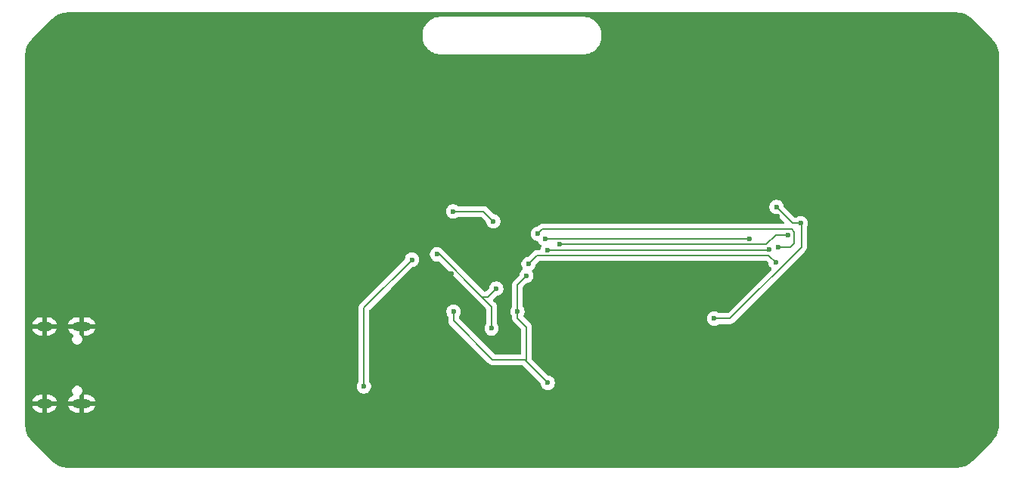
<source format=gbr>
%TF.GenerationSoftware,KiCad,Pcbnew,9.0.1*%
%TF.CreationDate,2025-10-31T20:13:03-04:00*%
%TF.ProjectId,arcus,61726375-732e-46b6-9963-61645f706362,2025-10-31*%
%TF.SameCoordinates,Original*%
%TF.FileFunction,Copper,L2,Bot*%
%TF.FilePolarity,Positive*%
%FSLAX46Y46*%
G04 Gerber Fmt 4.6, Leading zero omitted, Abs format (unit mm)*
G04 Created by KiCad (PCBNEW 9.0.1) date 2025-10-31 20:13:03*
%MOMM*%
%LPD*%
G01*
G04 APERTURE LIST*
%TA.AperFunction,HeatsinkPad*%
%ADD10O,2.100000X1.000000*%
%TD*%
%TA.AperFunction,HeatsinkPad*%
%ADD11O,1.800000X1.000000*%
%TD*%
%TA.AperFunction,ViaPad*%
%ADD12C,0.600000*%
%TD*%
%TA.AperFunction,Conductor*%
%ADD13C,0.200000*%
%TD*%
G04 APERTURE END LIST*
D10*
%TO.P,J2,S1,SHIELD*%
%TO.N,GND*%
X96815000Y-88680000D03*
D11*
X92635000Y-88680000D03*
D10*
X96815000Y-97320000D03*
D11*
X92635000Y-97320000D03*
%TD*%
D12*
%TO.N,GND*%
X101300000Y-91800000D03*
%TO.N,/D{slash}C*%
X147900000Y-78300000D03*
X174824265Y-79824265D03*
%TO.N,/CS*%
X173739990Y-80032203D03*
%TO.N,/MOSI*%
X148700000Y-78900000D03*
%TO.N,/CLK*%
X150300000Y-79500000D03*
X175892227Y-78455212D03*
%TO.N,/CS*%
X149000000Y-80100000D03*
%TO.N,/BUSY*%
X146847594Y-81672170D03*
X174500000Y-81500000D03*
%TO.N,+3V3*%
X174600000Y-75300000D03*
%TO.N,GND*%
X174700000Y-76300000D03*
X173200000Y-87400000D03*
X171200000Y-76200000D03*
X140500000Y-85600000D03*
X161800000Y-68992462D03*
X172400000Y-74000000D03*
X174400000Y-72300000D03*
X117000000Y-72200000D03*
X156400000Y-64000000D03*
X135363641Y-80163641D03*
X129400000Y-65800000D03*
X123200000Y-89800000D03*
X125200000Y-80600000D03*
X111200000Y-81400000D03*
X161000000Y-91000000D03*
X138200000Y-82800000D03*
X175072742Y-84395635D03*
X141200000Y-80000000D03*
X112400000Y-63800000D03*
X132000000Y-73000000D03*
X160600000Y-82200000D03*
X148200000Y-89000000D03*
X142800000Y-91000000D03*
X175800000Y-87000000D03*
X138400000Y-66000000D03*
X171600000Y-63800000D03*
X179600000Y-92600000D03*
X144000000Y-83200000D03*
%TO.N,+3V3*%
X138450000Y-87010000D03*
X142900000Y-76900000D03*
X145600000Y-87000000D03*
X177313724Y-77113724D03*
X167600000Y-87800000D03*
X149000000Y-95000000D03*
X146600000Y-83000000D03*
X138400000Y-75800000D03*
%TO.N,+1V1*%
X142700000Y-88900000D03*
X136600000Y-80600000D03*
%TO.N,Net-(U2-RUN)*%
X128400000Y-95400000D03*
X133800000Y-81200000D03*
%TO.N,+1V1*%
X143233195Y-84442571D03*
%TO.N,/MOSI*%
X171600000Y-78900000D03*
%TD*%
D13*
%TO.N,/D{slash}C*%
X176300000Y-77800000D02*
X148400000Y-77800000D01*
X176600000Y-79400000D02*
X176600000Y-78100000D01*
X148400000Y-77800000D02*
X147900000Y-78300000D01*
X176175735Y-79824265D02*
X176600000Y-79400000D01*
X176600000Y-78100000D02*
X176300000Y-77800000D01*
X174824265Y-79824265D02*
X176175735Y-79824265D01*
%TO.N,/CLK*%
X173451470Y-79500000D02*
X150300000Y-79500000D01*
X174496258Y-78455212D02*
X173451470Y-79500000D01*
X175892227Y-78455212D02*
X174496258Y-78455212D01*
%TO.N,/MOSI*%
X171600000Y-78900000D02*
X148700000Y-78900000D01*
%TO.N,/CS*%
X173672193Y-80100000D02*
X149000000Y-80100000D01*
X173739990Y-80032203D02*
X173672193Y-80100000D01*
%TO.N,/BUSY*%
X147819764Y-80700000D02*
X146847594Y-81672170D01*
X173700000Y-80700000D02*
X147819764Y-80700000D01*
X174500000Y-81500000D02*
X173700000Y-80700000D01*
%TO.N,+3V3*%
X146400000Y-92400000D02*
X146600000Y-92600000D01*
X142800000Y-92400000D02*
X146400000Y-92400000D01*
X138450000Y-88050000D02*
X142800000Y-92400000D01*
X138450000Y-87010000D02*
X138450000Y-88050000D01*
%TO.N,+1V1*%
X142300738Y-85375028D02*
X141624972Y-85375028D01*
X143233195Y-84442571D02*
X142300738Y-85375028D01*
X141624972Y-85375028D02*
X142700000Y-86450056D01*
X142700000Y-86450056D02*
X142700000Y-88900000D01*
X136849943Y-80600000D02*
X141624972Y-85375028D01*
X136600000Y-80600000D02*
X136849943Y-80600000D01*
%TO.N,+3V3*%
X174600000Y-75300000D02*
X176413724Y-77113724D01*
X176413724Y-77113724D02*
X177313724Y-77113724D01*
%TO.N,GND*%
X174600000Y-84791271D02*
X174600000Y-87400000D01*
X175400000Y-87400000D02*
X174600000Y-87400000D01*
X174995636Y-84395635D02*
X174600000Y-84791271D01*
X175800000Y-87000000D02*
X175400000Y-87400000D01*
X173200000Y-87400000D02*
X174600000Y-87400000D01*
X175072742Y-84395635D02*
X174995636Y-84395635D01*
%TO.N,+3V3*%
X177401000Y-77201000D02*
X177401000Y-79798943D01*
X169399943Y-87800000D02*
X167600000Y-87800000D01*
X145600000Y-87000000D02*
X145600000Y-87751470D01*
X177401000Y-79798943D02*
X169399943Y-87800000D01*
X142900000Y-76900000D02*
X141800000Y-75800000D01*
X141800000Y-75800000D02*
X138400000Y-75800000D01*
X146600000Y-88751470D02*
X146600000Y-92600000D01*
X149000000Y-95000000D02*
X146600000Y-92600000D01*
X145600000Y-87000000D02*
X145600000Y-84000000D01*
X145600000Y-87751470D02*
X146600000Y-88751470D01*
X177313724Y-77113724D02*
X177401000Y-77201000D01*
X145600000Y-84000000D02*
X146600000Y-83000000D01*
%TO.N,Net-(U2-RUN)*%
X128400000Y-86600000D02*
X133800000Y-81200000D01*
X128400000Y-95400000D02*
X128400000Y-86600000D01*
%TD*%
%TA.AperFunction,Conductor*%
%TO.N,GND*%
G36*
X194691474Y-53500501D02*
G01*
X194753887Y-53500500D01*
X194760839Y-53500695D01*
X195030284Y-53515823D01*
X195044078Y-53517377D01*
X195306699Y-53561995D01*
X195320246Y-53565086D01*
X195342036Y-53571364D01*
X195576209Y-53638825D01*
X195589334Y-53643417D01*
X195658380Y-53672016D01*
X195835440Y-53745354D01*
X195847962Y-53751384D01*
X196081103Y-53880234D01*
X196092866Y-53887624D01*
X196298786Y-54033730D01*
X196310108Y-54041763D01*
X196320977Y-54050429D01*
X196521825Y-54229914D01*
X196526880Y-54234694D01*
X198752282Y-56460095D01*
X198764955Y-56472769D01*
X198769718Y-56477808D01*
X198949530Y-56679031D01*
X198958199Y-56689902D01*
X199037596Y-56801806D01*
X199112337Y-56907148D01*
X199119731Y-56918916D01*
X199248583Y-57152065D01*
X199254615Y-57164592D01*
X199356545Y-57410677D01*
X199361138Y-57423801D01*
X199434880Y-57679764D01*
X199437974Y-57693320D01*
X199482595Y-57955928D01*
X199484152Y-57969745D01*
X199499305Y-58239483D01*
X199499500Y-58246438D01*
X199499500Y-99691470D01*
X199499499Y-99691474D01*
X199499499Y-99721597D01*
X199499499Y-99753376D01*
X199499499Y-99753888D01*
X199499304Y-99760839D01*
X199484177Y-100030272D01*
X199482620Y-100044090D01*
X199438005Y-100306694D01*
X199434911Y-100320251D01*
X199361174Y-100576209D01*
X199356582Y-100589334D01*
X199254647Y-100835436D01*
X199248613Y-100847965D01*
X199119769Y-101081097D01*
X199112371Y-101092871D01*
X198958232Y-101310113D01*
X198949562Y-101320985D01*
X198770084Y-101521825D01*
X198765306Y-101526879D01*
X198720818Y-101571368D01*
X198720815Y-101571371D01*
X196527228Y-103764955D01*
X196522171Y-103769736D01*
X196320968Y-103949530D01*
X196310097Y-103958199D01*
X196092857Y-104112333D01*
X196081083Y-104119731D01*
X195847934Y-104248583D01*
X195835407Y-104254615D01*
X195589322Y-104356545D01*
X195576198Y-104361138D01*
X195320235Y-104434880D01*
X195306679Y-104437974D01*
X195044071Y-104482595D01*
X195030254Y-104484152D01*
X194760517Y-104499305D01*
X194753562Y-104499500D01*
X95316134Y-104499500D01*
X95308529Y-104499499D01*
X95308526Y-104499499D01*
X95278266Y-104499499D01*
X95246109Y-104499499D01*
X95246108Y-104499498D01*
X95239160Y-104499304D01*
X94969727Y-104484177D01*
X94955909Y-104482620D01*
X94693305Y-104438005D01*
X94679748Y-104434911D01*
X94423790Y-104361174D01*
X94410665Y-104356582D01*
X94164563Y-104254647D01*
X94152034Y-104248613D01*
X93918902Y-104119769D01*
X93907128Y-104112371D01*
X93907074Y-104112333D01*
X93689890Y-103958235D01*
X93679019Y-103949567D01*
X93478183Y-103770093D01*
X93473130Y-103765315D01*
X93448710Y-103740896D01*
X93428631Y-103720817D01*
X93428628Y-103720815D01*
X91235061Y-101527247D01*
X91230282Y-101522192D01*
X91050459Y-101320966D01*
X91041794Y-101310101D01*
X90887643Y-101092842D01*
X90880258Y-101081087D01*
X90751410Y-100847949D01*
X90745378Y-100835423D01*
X90643444Y-100589324D01*
X90638852Y-100576199D01*
X90565116Y-100320244D01*
X90562023Y-100306696D01*
X90517405Y-100044072D01*
X90515851Y-100030281D01*
X90500694Y-99760316D01*
X90500500Y-99753378D01*
X90500500Y-99753376D01*
X90500501Y-99691474D01*
X90500500Y-99691470D01*
X90500500Y-97070000D01*
X91265138Y-97070000D01*
X92068012Y-97070000D01*
X92050795Y-97079940D01*
X91994940Y-97135795D01*
X91955444Y-97204204D01*
X91935000Y-97280504D01*
X91935000Y-97359496D01*
X91955444Y-97435796D01*
X91994940Y-97504205D01*
X92050795Y-97560060D01*
X92068012Y-97570000D01*
X91265138Y-97570000D01*
X91273430Y-97611690D01*
X91273430Y-97611692D01*
X91348807Y-97793671D01*
X91348814Y-97793684D01*
X91458248Y-97957462D01*
X91458251Y-97957466D01*
X91597533Y-98096748D01*
X91597537Y-98096751D01*
X91761315Y-98206185D01*
X91761328Y-98206192D01*
X91943306Y-98281569D01*
X91943318Y-98281572D01*
X92136504Y-98319999D01*
X92136508Y-98320000D01*
X92385000Y-98320000D01*
X92385000Y-97620000D01*
X92885000Y-97620000D01*
X92885000Y-98320000D01*
X93133492Y-98320000D01*
X93133495Y-98319999D01*
X93326681Y-98281572D01*
X93326693Y-98281569D01*
X93508671Y-98206192D01*
X93508684Y-98206185D01*
X93672462Y-98096751D01*
X93672466Y-98096748D01*
X93811748Y-97957466D01*
X93811751Y-97957462D01*
X93921185Y-97793684D01*
X93921192Y-97793671D01*
X93996569Y-97611692D01*
X93996569Y-97611690D01*
X94004862Y-97570000D01*
X93201988Y-97570000D01*
X93219205Y-97560060D01*
X93275060Y-97504205D01*
X93314556Y-97435796D01*
X93335000Y-97359496D01*
X93335000Y-97280504D01*
X93314556Y-97204204D01*
X93275060Y-97135795D01*
X93219205Y-97079940D01*
X93201988Y-97070000D01*
X94004862Y-97070000D01*
X95295138Y-97070000D01*
X96098012Y-97070000D01*
X96080795Y-97079940D01*
X96024940Y-97135795D01*
X95985444Y-97204204D01*
X95965000Y-97280504D01*
X95965000Y-97359496D01*
X95985444Y-97435796D01*
X96024940Y-97504205D01*
X96080795Y-97560060D01*
X96098012Y-97570000D01*
X95295138Y-97570000D01*
X95303430Y-97611690D01*
X95303430Y-97611692D01*
X95378807Y-97793671D01*
X95378814Y-97793684D01*
X95488248Y-97957462D01*
X95488251Y-97957466D01*
X95627533Y-98096748D01*
X95627537Y-98096751D01*
X95791315Y-98206185D01*
X95791328Y-98206192D01*
X95973306Y-98281569D01*
X95973318Y-98281572D01*
X96166504Y-98319999D01*
X96166508Y-98320000D01*
X96565000Y-98320000D01*
X96565000Y-97620000D01*
X97065000Y-97620000D01*
X97065000Y-98320000D01*
X97463492Y-98320000D01*
X97463495Y-98319999D01*
X97656681Y-98281572D01*
X97656693Y-98281569D01*
X97838671Y-98206192D01*
X97838684Y-98206185D01*
X98002462Y-98096751D01*
X98002466Y-98096748D01*
X98141748Y-97957466D01*
X98141751Y-97957462D01*
X98251185Y-97793684D01*
X98251192Y-97793671D01*
X98326569Y-97611692D01*
X98326569Y-97611690D01*
X98334862Y-97570000D01*
X97531988Y-97570000D01*
X97549205Y-97560060D01*
X97605060Y-97504205D01*
X97644556Y-97435796D01*
X97665000Y-97359496D01*
X97665000Y-97280504D01*
X97644556Y-97204204D01*
X97605060Y-97135795D01*
X97549205Y-97079940D01*
X97531988Y-97070000D01*
X98334862Y-97070000D01*
X98326569Y-97028309D01*
X98326569Y-97028307D01*
X98251192Y-96846328D01*
X98251185Y-96846315D01*
X98141751Y-96682537D01*
X98141748Y-96682533D01*
X98002466Y-96543251D01*
X98002462Y-96543248D01*
X97838684Y-96433814D01*
X97838671Y-96433807D01*
X97656693Y-96358430D01*
X97656681Y-96358427D01*
X97463495Y-96320000D01*
X97065000Y-96320000D01*
X97065000Y-97020000D01*
X96565000Y-97020000D01*
X96565000Y-96481784D01*
X96584685Y-96414745D01*
X96627000Y-96374397D01*
X96668365Y-96350515D01*
X96775515Y-96243365D01*
X96776372Y-96241879D01*
X96796721Y-96206637D01*
X96851279Y-96112138D01*
X96851281Y-96112135D01*
X96890500Y-95965766D01*
X96890500Y-95814234D01*
X96851281Y-95667865D01*
X96775515Y-95536635D01*
X96668365Y-95429485D01*
X96581221Y-95379172D01*
X96537136Y-95353719D01*
X96415614Y-95321158D01*
X96415595Y-95321153D01*
X127599500Y-95321153D01*
X127599500Y-95478846D01*
X127630261Y-95633489D01*
X127630264Y-95633501D01*
X127690602Y-95779172D01*
X127690609Y-95779185D01*
X127778210Y-95910288D01*
X127778213Y-95910292D01*
X127889707Y-96021786D01*
X127889711Y-96021789D01*
X128020814Y-96109390D01*
X128020827Y-96109397D01*
X128166498Y-96169735D01*
X128166503Y-96169737D01*
X128321153Y-96200499D01*
X128321156Y-96200500D01*
X128321158Y-96200500D01*
X128478844Y-96200500D01*
X128478845Y-96200499D01*
X128633497Y-96169737D01*
X128746166Y-96123067D01*
X128779172Y-96109397D01*
X128779172Y-96109396D01*
X128779179Y-96109394D01*
X128910289Y-96021789D01*
X129021789Y-95910289D01*
X129109394Y-95779179D01*
X129169737Y-95633497D01*
X129200500Y-95478842D01*
X129200500Y-95321158D01*
X129200500Y-95321155D01*
X129200499Y-95321153D01*
X129169738Y-95166510D01*
X129169737Y-95166503D01*
X129132243Y-95075983D01*
X129109397Y-95020827D01*
X129109390Y-95020814D01*
X129021398Y-94889125D01*
X129000520Y-94822447D01*
X129000500Y-94820234D01*
X129000500Y-86931153D01*
X137649500Y-86931153D01*
X137649500Y-87088846D01*
X137680261Y-87243489D01*
X137680264Y-87243501D01*
X137740602Y-87389172D01*
X137740609Y-87389185D01*
X137828602Y-87520874D01*
X137849480Y-87587551D01*
X137849500Y-87589765D01*
X137849500Y-87963330D01*
X137849499Y-87963348D01*
X137849499Y-88129054D01*
X137849498Y-88129054D01*
X137849499Y-88129057D01*
X137890423Y-88281785D01*
X137890424Y-88281787D01*
X137890423Y-88281787D01*
X137903986Y-88305277D01*
X137903987Y-88305279D01*
X137969475Y-88418709D01*
X137969481Y-88418717D01*
X138088349Y-88537585D01*
X138088355Y-88537590D01*
X142315139Y-92764374D01*
X142315149Y-92764385D01*
X142319479Y-92768715D01*
X142319480Y-92768716D01*
X142431284Y-92880520D01*
X142518095Y-92930639D01*
X142518097Y-92930641D01*
X142556151Y-92952611D01*
X142568215Y-92959577D01*
X142720943Y-93000501D01*
X142720946Y-93000501D01*
X142886653Y-93000501D01*
X142886669Y-93000500D01*
X146099902Y-93000500D01*
X146129338Y-93009143D01*
X146159328Y-93015667D01*
X146164344Y-93019422D01*
X146166941Y-93020185D01*
X146187582Y-93036818D01*
X146231284Y-93080520D01*
X146231285Y-93080520D01*
X146238353Y-93087588D01*
X148165425Y-95014660D01*
X148198910Y-95075983D01*
X148199361Y-95078149D01*
X148230261Y-95233491D01*
X148230264Y-95233501D01*
X148290602Y-95379172D01*
X148290609Y-95379185D01*
X148378210Y-95510288D01*
X148378213Y-95510292D01*
X148489707Y-95621786D01*
X148489711Y-95621789D01*
X148620814Y-95709390D01*
X148620827Y-95709397D01*
X148766498Y-95769735D01*
X148766503Y-95769737D01*
X148921153Y-95800499D01*
X148921156Y-95800500D01*
X148921158Y-95800500D01*
X149078844Y-95800500D01*
X149078845Y-95800499D01*
X149233497Y-95769737D01*
X149379179Y-95709394D01*
X149510289Y-95621789D01*
X149621789Y-95510289D01*
X149709394Y-95379179D01*
X149769737Y-95233497D01*
X149800500Y-95078842D01*
X149800500Y-94921158D01*
X149800500Y-94921155D01*
X149800499Y-94921153D01*
X149769738Y-94766510D01*
X149769737Y-94766503D01*
X149769735Y-94766498D01*
X149709397Y-94620827D01*
X149709390Y-94620814D01*
X149621789Y-94489711D01*
X149621786Y-94489707D01*
X149510292Y-94378213D01*
X149510288Y-94378210D01*
X149379185Y-94290609D01*
X149379172Y-94290602D01*
X149233501Y-94230264D01*
X149233491Y-94230261D01*
X149078151Y-94199362D01*
X149016241Y-94166977D01*
X149014662Y-94165426D01*
X147236819Y-92387583D01*
X147203334Y-92326260D01*
X147200500Y-92299902D01*
X147200500Y-88840530D01*
X147200501Y-88840517D01*
X147200501Y-88672414D01*
X147191951Y-88640504D01*
X147159577Y-88519686D01*
X147113536Y-88439940D01*
X147080524Y-88382760D01*
X147080518Y-88382752D01*
X146729546Y-88031780D01*
X146288245Y-87590480D01*
X146254761Y-87529158D01*
X146259745Y-87459467D01*
X146272825Y-87433909D01*
X146309390Y-87379185D01*
X146309390Y-87379184D01*
X146309394Y-87379179D01*
X146369737Y-87233497D01*
X146400500Y-87078842D01*
X146400500Y-86921158D01*
X146400500Y-86921155D01*
X146400499Y-86921153D01*
X146386094Y-86848735D01*
X146369737Y-86766503D01*
X146337654Y-86689046D01*
X146309397Y-86620827D01*
X146309390Y-86620814D01*
X146221398Y-86489125D01*
X146200520Y-86422447D01*
X146200500Y-86420234D01*
X146200500Y-84300097D01*
X146220185Y-84233058D01*
X146236819Y-84212416D01*
X146385850Y-84063385D01*
X146614665Y-83834570D01*
X146675984Y-83801088D01*
X146678151Y-83800637D01*
X146678840Y-83800500D01*
X146678842Y-83800500D01*
X146833497Y-83769737D01*
X146979179Y-83709394D01*
X147110289Y-83621789D01*
X147221789Y-83510289D01*
X147309394Y-83379179D01*
X147369737Y-83233497D01*
X147400500Y-83078842D01*
X147400500Y-82921158D01*
X147400500Y-82921155D01*
X147400499Y-82921153D01*
X147369738Y-82766510D01*
X147369738Y-82766508D01*
X147369737Y-82766503D01*
X147369735Y-82766498D01*
X147309397Y-82620827D01*
X147309390Y-82620814D01*
X147242261Y-82520349D01*
X147221383Y-82453672D01*
X147239867Y-82386291D01*
X147276473Y-82348356D01*
X147325483Y-82315607D01*
X147357883Y-82293959D01*
X147469383Y-82182459D01*
X147556988Y-82051349D01*
X147617331Y-81905667D01*
X147636707Y-81808255D01*
X147648232Y-81750320D01*
X147680617Y-81688409D01*
X147682112Y-81686886D01*
X148032180Y-81336819D01*
X148093503Y-81303334D01*
X148119861Y-81300500D01*
X173399903Y-81300500D01*
X173466942Y-81320185D01*
X173487584Y-81336819D01*
X173665425Y-81514660D01*
X173698910Y-81575983D01*
X173699361Y-81578149D01*
X173730261Y-81733491D01*
X173730264Y-81733501D01*
X173790602Y-81879172D01*
X173790609Y-81879185D01*
X173878210Y-82010288D01*
X173878213Y-82010292D01*
X173989709Y-82121788D01*
X173996572Y-82126373D01*
X174007473Y-82133657D01*
X174052279Y-82187267D01*
X174060988Y-82256592D01*
X174030835Y-82319620D01*
X174026265Y-82324441D01*
X169187527Y-87163181D01*
X169126204Y-87196666D01*
X169099846Y-87199500D01*
X168179766Y-87199500D01*
X168112727Y-87179815D01*
X168110875Y-87178602D01*
X167979185Y-87090609D01*
X167979172Y-87090602D01*
X167833501Y-87030264D01*
X167833489Y-87030261D01*
X167678845Y-86999500D01*
X167678842Y-86999500D01*
X167521158Y-86999500D01*
X167521155Y-86999500D01*
X167366510Y-87030261D01*
X167366498Y-87030264D01*
X167220827Y-87090602D01*
X167220814Y-87090609D01*
X167089711Y-87178210D01*
X167089707Y-87178213D01*
X166978213Y-87289707D01*
X166978210Y-87289711D01*
X166890609Y-87420814D01*
X166890602Y-87420827D01*
X166830264Y-87566498D01*
X166830261Y-87566510D01*
X166799500Y-87721153D01*
X166799500Y-87878846D01*
X166830261Y-88033489D01*
X166830264Y-88033501D01*
X166890602Y-88179172D01*
X166890609Y-88179185D01*
X166978210Y-88310288D01*
X166978213Y-88310292D01*
X167089707Y-88421786D01*
X167089711Y-88421789D01*
X167220814Y-88509390D01*
X167220827Y-88509397D01*
X167353145Y-88564204D01*
X167366503Y-88569737D01*
X167521153Y-88600499D01*
X167521156Y-88600500D01*
X167521158Y-88600500D01*
X167678844Y-88600500D01*
X167678845Y-88600499D01*
X167833497Y-88569737D01*
X167951592Y-88520821D01*
X167979172Y-88509397D01*
X167979172Y-88509396D01*
X167979179Y-88509394D01*
X167999531Y-88495795D01*
X168110875Y-88421398D01*
X168177553Y-88400520D01*
X168179766Y-88400500D01*
X169313274Y-88400500D01*
X169313290Y-88400501D01*
X169320886Y-88400501D01*
X169478997Y-88400501D01*
X169479000Y-88400501D01*
X169631728Y-88359577D01*
X169715784Y-88311047D01*
X169768659Y-88280520D01*
X169880463Y-88168716D01*
X169880463Y-88168714D01*
X169890667Y-88158511D01*
X169890671Y-88158506D01*
X177759506Y-80289671D01*
X177759511Y-80289667D01*
X177769714Y-80279463D01*
X177769716Y-80279463D01*
X177881520Y-80167659D01*
X177943921Y-80059577D01*
X177945581Y-80056703D01*
X177960574Y-80030733D01*
X177960573Y-80030733D01*
X177960577Y-80030728D01*
X178001500Y-79878001D01*
X178001500Y-79719886D01*
X178001500Y-77562871D01*
X178020439Y-77498371D01*
X178020249Y-77498270D01*
X178020737Y-77497356D01*
X178021185Y-77495832D01*
X178022398Y-77493980D01*
X178023118Y-77492903D01*
X178083461Y-77347221D01*
X178114224Y-77192566D01*
X178114224Y-77034882D01*
X178114224Y-77034879D01*
X178114223Y-77034877D01*
X178083461Y-76880227D01*
X178058992Y-76821153D01*
X178023121Y-76734551D01*
X178023114Y-76734538D01*
X177935513Y-76603435D01*
X177935510Y-76603431D01*
X177824016Y-76491937D01*
X177824012Y-76491934D01*
X177692909Y-76404333D01*
X177692896Y-76404326D01*
X177547225Y-76343988D01*
X177547213Y-76343985D01*
X177392569Y-76313224D01*
X177392566Y-76313224D01*
X177234882Y-76313224D01*
X177234879Y-76313224D01*
X177080234Y-76343985D01*
X177080222Y-76343988D01*
X176934551Y-76404326D01*
X176934538Y-76404333D01*
X176802849Y-76492326D01*
X176784802Y-76497976D01*
X176768893Y-76508201D01*
X176737931Y-76512652D01*
X176736171Y-76513204D01*
X176733958Y-76513224D01*
X176713821Y-76513224D01*
X176646782Y-76493539D01*
X176626140Y-76476905D01*
X175434574Y-75285339D01*
X175401089Y-75224016D01*
X175400638Y-75221849D01*
X175374531Y-75090606D01*
X175369737Y-75066503D01*
X175369735Y-75066498D01*
X175309397Y-74920827D01*
X175309390Y-74920814D01*
X175221789Y-74789711D01*
X175221786Y-74789707D01*
X175110292Y-74678213D01*
X175110288Y-74678210D01*
X174979185Y-74590609D01*
X174979172Y-74590602D01*
X174833501Y-74530264D01*
X174833489Y-74530261D01*
X174678845Y-74499500D01*
X174678842Y-74499500D01*
X174521158Y-74499500D01*
X174521155Y-74499500D01*
X174366510Y-74530261D01*
X174366498Y-74530264D01*
X174220827Y-74590602D01*
X174220814Y-74590609D01*
X174089711Y-74678210D01*
X174089707Y-74678213D01*
X173978213Y-74789707D01*
X173978210Y-74789711D01*
X173890609Y-74920814D01*
X173890602Y-74920827D01*
X173830264Y-75066498D01*
X173830261Y-75066510D01*
X173799500Y-75221153D01*
X173799500Y-75378846D01*
X173830261Y-75533489D01*
X173830264Y-75533501D01*
X173890602Y-75679172D01*
X173890609Y-75679185D01*
X173978210Y-75810288D01*
X173978213Y-75810292D01*
X174089707Y-75921786D01*
X174089711Y-75921789D01*
X174220814Y-76009390D01*
X174220827Y-76009397D01*
X174356093Y-76065425D01*
X174366503Y-76069737D01*
X174431147Y-76082595D01*
X174521849Y-76100638D01*
X174583760Y-76133023D01*
X174585339Y-76134574D01*
X175438584Y-76987819D01*
X175472069Y-77049142D01*
X175467085Y-77118834D01*
X175425213Y-77174767D01*
X175359749Y-77199184D01*
X175350903Y-77199500D01*
X148486670Y-77199500D01*
X148486654Y-77199499D01*
X148479058Y-77199499D01*
X148320943Y-77199499D01*
X148244579Y-77219961D01*
X148168214Y-77240423D01*
X148168209Y-77240426D01*
X148031290Y-77319475D01*
X148031286Y-77319478D01*
X147885337Y-77465427D01*
X147824014Y-77498911D01*
X147821848Y-77499362D01*
X147666508Y-77530261D01*
X147666498Y-77530264D01*
X147520827Y-77590602D01*
X147520814Y-77590609D01*
X147389711Y-77678210D01*
X147389707Y-77678213D01*
X147278213Y-77789707D01*
X147278210Y-77789711D01*
X147190609Y-77920814D01*
X147190602Y-77920827D01*
X147130264Y-78066498D01*
X147130261Y-78066510D01*
X147099500Y-78221153D01*
X147099500Y-78378846D01*
X147130261Y-78533489D01*
X147130264Y-78533501D01*
X147190602Y-78679172D01*
X147190609Y-78679185D01*
X147278210Y-78810288D01*
X147278213Y-78810292D01*
X147389707Y-78921786D01*
X147389711Y-78921789D01*
X147520814Y-79009390D01*
X147520827Y-79009397D01*
X147632643Y-79055712D01*
X147666503Y-79069737D01*
X147821153Y-79100499D01*
X147821156Y-79100500D01*
X147821158Y-79100500D01*
X147833741Y-79100500D01*
X147900780Y-79120185D01*
X147946535Y-79172989D01*
X147948302Y-79177048D01*
X147990602Y-79279172D01*
X147990609Y-79279185D01*
X148078210Y-79410288D01*
X148078213Y-79410292D01*
X148189707Y-79521786D01*
X148189715Y-79521792D01*
X148248995Y-79561402D01*
X148293801Y-79615014D01*
X148302508Y-79684339D01*
X148292194Y-79714885D01*
X148292937Y-79715193D01*
X148230264Y-79866498D01*
X148230261Y-79866508D01*
X148203769Y-79999692D01*
X148189054Y-80027822D01*
X148175865Y-80056703D01*
X148172975Y-80058559D01*
X148171384Y-80061603D01*
X148143791Y-80077315D01*
X148117087Y-80094477D01*
X148112493Y-80095137D01*
X148110668Y-80096177D01*
X148082152Y-80099500D01*
X147906433Y-80099500D01*
X147906417Y-80099499D01*
X147898821Y-80099499D01*
X147740707Y-80099499D01*
X147587979Y-80140423D01*
X147540805Y-80167659D01*
X147540804Y-80167659D01*
X147451054Y-80219475D01*
X147451046Y-80219481D01*
X146832933Y-80837595D01*
X146771610Y-80871080D01*
X146769444Y-80871531D01*
X146614102Y-80902431D01*
X146614092Y-80902434D01*
X146468421Y-80962772D01*
X146468408Y-80962779D01*
X146337305Y-81050380D01*
X146337301Y-81050383D01*
X146225807Y-81161877D01*
X146225804Y-81161881D01*
X146138203Y-81292984D01*
X146138196Y-81292997D01*
X146077858Y-81438668D01*
X146077855Y-81438680D01*
X146047094Y-81593323D01*
X146047094Y-81751016D01*
X146077855Y-81905659D01*
X146077858Y-81905671D01*
X146138196Y-82051342D01*
X146138203Y-82051355D01*
X146205332Y-82151820D01*
X146226210Y-82218498D01*
X146207725Y-82285878D01*
X146171122Y-82323813D01*
X146089707Y-82378213D01*
X145978213Y-82489707D01*
X145978210Y-82489711D01*
X145890609Y-82620814D01*
X145890602Y-82620827D01*
X145830264Y-82766498D01*
X145830261Y-82766508D01*
X145799362Y-82921848D01*
X145766977Y-82983759D01*
X145765426Y-82985337D01*
X145231286Y-83519478D01*
X145119481Y-83631282D01*
X145119479Y-83631285D01*
X145074385Y-83709392D01*
X145074384Y-83709393D01*
X145040423Y-83768214D01*
X145040423Y-83768215D01*
X144999499Y-83920943D01*
X144999499Y-83920945D01*
X144999499Y-84089046D01*
X144999500Y-84089059D01*
X144999500Y-86420234D01*
X144979815Y-86487273D01*
X144978602Y-86489125D01*
X144890609Y-86620814D01*
X144890602Y-86620827D01*
X144830264Y-86766498D01*
X144830261Y-86766510D01*
X144799500Y-86921153D01*
X144799500Y-87078846D01*
X144830261Y-87233489D01*
X144830264Y-87233501D01*
X144890602Y-87379172D01*
X144890609Y-87379185D01*
X144978602Y-87510874D01*
X144984252Y-87528920D01*
X144994477Y-87544830D01*
X144998928Y-87575789D01*
X144999480Y-87577551D01*
X144999500Y-87579765D01*
X144999500Y-87664800D01*
X144999499Y-87664818D01*
X144999499Y-87830524D01*
X144999498Y-87830524D01*
X145040423Y-87983255D01*
X145068440Y-88031780D01*
X145068441Y-88031784D01*
X145068442Y-88031784D01*
X145119479Y-88120184D01*
X145119481Y-88120187D01*
X145238349Y-88239055D01*
X145238355Y-88239060D01*
X145963181Y-88963886D01*
X145996666Y-89025209D01*
X145999500Y-89051567D01*
X145999500Y-91675500D01*
X145979815Y-91742539D01*
X145927011Y-91788294D01*
X145875500Y-91799500D01*
X143100097Y-91799500D01*
X143033058Y-91779815D01*
X143012416Y-91763181D01*
X139086819Y-87837584D01*
X139072115Y-87810656D01*
X139055523Y-87784838D01*
X139054631Y-87778637D01*
X139053334Y-87776261D01*
X139050500Y-87749903D01*
X139050500Y-87589765D01*
X139070185Y-87522726D01*
X139071398Y-87520874D01*
X139159390Y-87389185D01*
X139159390Y-87389184D01*
X139159394Y-87389179D01*
X139219737Y-87243497D01*
X139250500Y-87088842D01*
X139250500Y-86931158D01*
X139250500Y-86931155D01*
X139250499Y-86931153D01*
X139248510Y-86921153D01*
X139219737Y-86776503D01*
X139183517Y-86689059D01*
X139159397Y-86630827D01*
X139159390Y-86630814D01*
X139071789Y-86499711D01*
X139071786Y-86499707D01*
X138960292Y-86388213D01*
X138960288Y-86388210D01*
X138829185Y-86300609D01*
X138829172Y-86300602D01*
X138683501Y-86240264D01*
X138683489Y-86240261D01*
X138528845Y-86209500D01*
X138528842Y-86209500D01*
X138371158Y-86209500D01*
X138371155Y-86209500D01*
X138216510Y-86240261D01*
X138216498Y-86240264D01*
X138070827Y-86300602D01*
X138070814Y-86300609D01*
X137939711Y-86388210D01*
X137939707Y-86388213D01*
X137828213Y-86499707D01*
X137828210Y-86499711D01*
X137740609Y-86630814D01*
X137740602Y-86630827D01*
X137680264Y-86776498D01*
X137680261Y-86776510D01*
X137649500Y-86931153D01*
X129000500Y-86931153D01*
X129000500Y-86900097D01*
X129020185Y-86833058D01*
X129036819Y-86812416D01*
X131422903Y-84426332D01*
X133814662Y-82034572D01*
X133875983Y-82001089D01*
X133878150Y-82000638D01*
X133936085Y-81989113D01*
X134033497Y-81969737D01*
X134179179Y-81909394D01*
X134310289Y-81821789D01*
X134421789Y-81710289D01*
X134509394Y-81579179D01*
X134569737Y-81433497D01*
X134600500Y-81278842D01*
X134600500Y-81121158D01*
X134600500Y-81121155D01*
X134600499Y-81121153D01*
X134574353Y-80989711D01*
X134569737Y-80966503D01*
X134569735Y-80966498D01*
X134509397Y-80820827D01*
X134509390Y-80820814D01*
X134421789Y-80689711D01*
X134421786Y-80689707D01*
X134310292Y-80578213D01*
X134310288Y-80578210D01*
X134224897Y-80521153D01*
X135799500Y-80521153D01*
X135799500Y-80678846D01*
X135830261Y-80833489D01*
X135830264Y-80833501D01*
X135890602Y-80979172D01*
X135890609Y-80979185D01*
X135978210Y-81110288D01*
X135978213Y-81110292D01*
X136089707Y-81221786D01*
X136089711Y-81221789D01*
X136220814Y-81309390D01*
X136220827Y-81309397D01*
X136287031Y-81336819D01*
X136366503Y-81369737D01*
X136484097Y-81393128D01*
X136521153Y-81400499D01*
X136521156Y-81400500D01*
X136521158Y-81400500D01*
X136678841Y-81400500D01*
X136678842Y-81400500D01*
X136715900Y-81393128D01*
X136785488Y-81399354D01*
X136827772Y-81427064D01*
X141144450Y-85743741D01*
X141144452Y-85743744D01*
X141256256Y-85855548D01*
X141256258Y-85855549D01*
X142063181Y-86662472D01*
X142096666Y-86723795D01*
X142099500Y-86750153D01*
X142099500Y-88320234D01*
X142079815Y-88387273D01*
X142078602Y-88389125D01*
X141990609Y-88520814D01*
X141990602Y-88520827D01*
X141930264Y-88666498D01*
X141930261Y-88666510D01*
X141899500Y-88821153D01*
X141899500Y-88978846D01*
X141930261Y-89133489D01*
X141930264Y-89133501D01*
X141990602Y-89279172D01*
X141990609Y-89279185D01*
X142078210Y-89410288D01*
X142078213Y-89410292D01*
X142189707Y-89521786D01*
X142189711Y-89521789D01*
X142320814Y-89609390D01*
X142320827Y-89609397D01*
X142466498Y-89669735D01*
X142466503Y-89669737D01*
X142621153Y-89700499D01*
X142621156Y-89700500D01*
X142621158Y-89700500D01*
X142778844Y-89700500D01*
X142778845Y-89700499D01*
X142933497Y-89669737D01*
X143046166Y-89623067D01*
X143079172Y-89609397D01*
X143079172Y-89609396D01*
X143079179Y-89609394D01*
X143210289Y-89521789D01*
X143321789Y-89410289D01*
X143409394Y-89279179D01*
X143469737Y-89133497D01*
X143500500Y-88978842D01*
X143500500Y-88821158D01*
X143500500Y-88821155D01*
X143500499Y-88821153D01*
X143480278Y-88719496D01*
X143469737Y-88666503D01*
X143442398Y-88600500D01*
X143409397Y-88520827D01*
X143409390Y-88520814D01*
X143321398Y-88389125D01*
X143300520Y-88322447D01*
X143300500Y-88320234D01*
X143300500Y-86371001D01*
X143300500Y-86370999D01*
X143278959Y-86290606D01*
X143259577Y-86218271D01*
X143230639Y-86168151D01*
X143180520Y-86081340D01*
X143068716Y-85969536D01*
X143068715Y-85969535D01*
X143064385Y-85965205D01*
X143064374Y-85965195D01*
X142899771Y-85800592D01*
X142866286Y-85739269D01*
X142871270Y-85669577D01*
X142899771Y-85625230D01*
X143247857Y-85277143D01*
X143309178Y-85243660D01*
X143311345Y-85243209D01*
X143369280Y-85231684D01*
X143466692Y-85212308D01*
X143612374Y-85151965D01*
X143743484Y-85064360D01*
X143854984Y-84952860D01*
X143942589Y-84821750D01*
X144002932Y-84676068D01*
X144033695Y-84521413D01*
X144033695Y-84363729D01*
X144033695Y-84363726D01*
X144033694Y-84363724D01*
X144010821Y-84248735D01*
X144002932Y-84209074D01*
X143953221Y-84089059D01*
X143942592Y-84063398D01*
X143942585Y-84063385D01*
X143854984Y-83932282D01*
X143854981Y-83932278D01*
X143743487Y-83820784D01*
X143743483Y-83820781D01*
X143612380Y-83733180D01*
X143612367Y-83733173D01*
X143466696Y-83672835D01*
X143466684Y-83672832D01*
X143312040Y-83642071D01*
X143312037Y-83642071D01*
X143154353Y-83642071D01*
X143154350Y-83642071D01*
X142999705Y-83672832D01*
X142999693Y-83672835D01*
X142854022Y-83733173D01*
X142854009Y-83733180D01*
X142722906Y-83820781D01*
X142722902Y-83820784D01*
X142611408Y-83932278D01*
X142611405Y-83932282D01*
X142523804Y-84063385D01*
X142523797Y-84063398D01*
X142463459Y-84209069D01*
X142463456Y-84209079D01*
X142432556Y-84364421D01*
X142400171Y-84426332D01*
X142398620Y-84427910D01*
X142088322Y-84738209D01*
X142061394Y-84752912D01*
X142035576Y-84769505D01*
X142029375Y-84770396D01*
X142026999Y-84771694D01*
X142000641Y-84774528D01*
X141925069Y-84774528D01*
X141858030Y-84754843D01*
X141837388Y-84738209D01*
X137337533Y-80238355D01*
X137337531Y-80238352D01*
X137296673Y-80197494D01*
X137281251Y-80178703D01*
X137255673Y-80140423D01*
X137221789Y-80089711D01*
X137221787Y-80089708D01*
X137110292Y-79978213D01*
X137110288Y-79978210D01*
X136979185Y-79890609D01*
X136979172Y-79890602D01*
X136833501Y-79830264D01*
X136833489Y-79830261D01*
X136678845Y-79799500D01*
X136678842Y-79799500D01*
X136521158Y-79799500D01*
X136521155Y-79799500D01*
X136366510Y-79830261D01*
X136366498Y-79830264D01*
X136220827Y-79890602D01*
X136220814Y-79890609D01*
X136089711Y-79978210D01*
X136089707Y-79978213D01*
X135978213Y-80089707D01*
X135978210Y-80089711D01*
X135890609Y-80220814D01*
X135890602Y-80220827D01*
X135830264Y-80366498D01*
X135830261Y-80366510D01*
X135799500Y-80521153D01*
X134224897Y-80521153D01*
X134179185Y-80490609D01*
X134179172Y-80490602D01*
X134033501Y-80430264D01*
X134033489Y-80430261D01*
X133878845Y-80399500D01*
X133878842Y-80399500D01*
X133721158Y-80399500D01*
X133721155Y-80399500D01*
X133566510Y-80430261D01*
X133566498Y-80430264D01*
X133420827Y-80490602D01*
X133420814Y-80490609D01*
X133289711Y-80578210D01*
X133289707Y-80578213D01*
X133178213Y-80689707D01*
X133178210Y-80689711D01*
X133090609Y-80820814D01*
X133090602Y-80820827D01*
X133030264Y-80966498D01*
X133030261Y-80966508D01*
X132999361Y-81121850D01*
X132966976Y-81183761D01*
X132965425Y-81185339D01*
X127919481Y-86231282D01*
X127919479Y-86231284D01*
X127914295Y-86240264D01*
X127885231Y-86290606D01*
X127840423Y-86368215D01*
X127799499Y-86520943D01*
X127799499Y-86520945D01*
X127799499Y-86689046D01*
X127799500Y-86689059D01*
X127799500Y-94820234D01*
X127779815Y-94887273D01*
X127778602Y-94889125D01*
X127690609Y-95020814D01*
X127690602Y-95020827D01*
X127630264Y-95166498D01*
X127630261Y-95166510D01*
X127599500Y-95321153D01*
X96415595Y-95321153D01*
X96390766Y-95314500D01*
X96239234Y-95314500D01*
X96092863Y-95353719D01*
X95961635Y-95429485D01*
X95961632Y-95429487D01*
X95854487Y-95536632D01*
X95854485Y-95536635D01*
X95778719Y-95667863D01*
X95739500Y-95814234D01*
X95739500Y-95965765D01*
X95778719Y-96112136D01*
X95811976Y-96169737D01*
X95854485Y-96243365D01*
X95854486Y-96243366D01*
X95858549Y-96250403D01*
X95856346Y-96251674D01*
X95876959Y-96304983D01*
X95862923Y-96373428D01*
X95814112Y-96423420D01*
X95800845Y-96429866D01*
X95791324Y-96433809D01*
X95791315Y-96433814D01*
X95627537Y-96543248D01*
X95627533Y-96543251D01*
X95488251Y-96682533D01*
X95488248Y-96682537D01*
X95378814Y-96846315D01*
X95378807Y-96846328D01*
X95303430Y-97028307D01*
X95303430Y-97028309D01*
X95295138Y-97070000D01*
X94004862Y-97070000D01*
X93996569Y-97028309D01*
X93996569Y-97028307D01*
X93921192Y-96846328D01*
X93921185Y-96846315D01*
X93811751Y-96682537D01*
X93811748Y-96682533D01*
X93672466Y-96543251D01*
X93672462Y-96543248D01*
X93508684Y-96433814D01*
X93508671Y-96433807D01*
X93326693Y-96358430D01*
X93326681Y-96358427D01*
X93133495Y-96320000D01*
X92885000Y-96320000D01*
X92885000Y-97020000D01*
X92385000Y-97020000D01*
X92385000Y-96320000D01*
X92136504Y-96320000D01*
X91943318Y-96358427D01*
X91943306Y-96358430D01*
X91761328Y-96433807D01*
X91761315Y-96433814D01*
X91597537Y-96543248D01*
X91597533Y-96543251D01*
X91458251Y-96682533D01*
X91458248Y-96682537D01*
X91348814Y-96846315D01*
X91348807Y-96846328D01*
X91273430Y-97028307D01*
X91273430Y-97028309D01*
X91265138Y-97070000D01*
X90500500Y-97070000D01*
X90500500Y-88430000D01*
X91265138Y-88430000D01*
X92068012Y-88430000D01*
X92050795Y-88439940D01*
X91994940Y-88495795D01*
X91955444Y-88564204D01*
X91935000Y-88640504D01*
X91935000Y-88719496D01*
X91955444Y-88795796D01*
X91994940Y-88864205D01*
X92050795Y-88920060D01*
X92068012Y-88930000D01*
X91265138Y-88930000D01*
X91273430Y-88971690D01*
X91273430Y-88971692D01*
X91348807Y-89153671D01*
X91348814Y-89153684D01*
X91458248Y-89317462D01*
X91458251Y-89317466D01*
X91597533Y-89456748D01*
X91597537Y-89456751D01*
X91761315Y-89566185D01*
X91761328Y-89566192D01*
X91943306Y-89641569D01*
X91943318Y-89641572D01*
X92136504Y-89679999D01*
X92136508Y-89680000D01*
X92385000Y-89680000D01*
X92385000Y-88980000D01*
X92885000Y-88980000D01*
X92885000Y-89680000D01*
X93133492Y-89680000D01*
X93133495Y-89679999D01*
X93326681Y-89641572D01*
X93326693Y-89641569D01*
X93508671Y-89566192D01*
X93508684Y-89566185D01*
X93672462Y-89456751D01*
X93672466Y-89456748D01*
X93811748Y-89317466D01*
X93811751Y-89317462D01*
X93921185Y-89153684D01*
X93921192Y-89153671D01*
X93996569Y-88971692D01*
X93996569Y-88971690D01*
X94004862Y-88930000D01*
X93201988Y-88930000D01*
X93219205Y-88920060D01*
X93275060Y-88864205D01*
X93314556Y-88795796D01*
X93335000Y-88719496D01*
X93335000Y-88640504D01*
X93314556Y-88564204D01*
X93275060Y-88495795D01*
X93219205Y-88439940D01*
X93201988Y-88430000D01*
X94004862Y-88430000D01*
X95295138Y-88430000D01*
X96098012Y-88430000D01*
X96080795Y-88439940D01*
X96024940Y-88495795D01*
X95985444Y-88564204D01*
X95965000Y-88640504D01*
X95965000Y-88719496D01*
X95985444Y-88795796D01*
X96024940Y-88864205D01*
X96080795Y-88920060D01*
X96098012Y-88930000D01*
X95295138Y-88930000D01*
X95303430Y-88971690D01*
X95303430Y-88971692D01*
X95378807Y-89153671D01*
X95378814Y-89153684D01*
X95488248Y-89317462D01*
X95488251Y-89317466D01*
X95627533Y-89456748D01*
X95627537Y-89456751D01*
X95791315Y-89566185D01*
X95791328Y-89566192D01*
X95800838Y-89570131D01*
X95855243Y-89613970D01*
X95877310Y-89680264D01*
X95860033Y-89747963D01*
X95856350Y-89753405D01*
X95778719Y-89887863D01*
X95739500Y-90034234D01*
X95739500Y-90185765D01*
X95778719Y-90332136D01*
X95816602Y-90397750D01*
X95854485Y-90463365D01*
X95961635Y-90570515D01*
X96092865Y-90646281D01*
X96239234Y-90685500D01*
X96239236Y-90685500D01*
X96390764Y-90685500D01*
X96390766Y-90685500D01*
X96537135Y-90646281D01*
X96668365Y-90570515D01*
X96775515Y-90463365D01*
X96851281Y-90332135D01*
X96890500Y-90185766D01*
X96890500Y-90034234D01*
X96851281Y-89887865D01*
X96775515Y-89756635D01*
X96668365Y-89649485D01*
X96654654Y-89641569D01*
X96626998Y-89625601D01*
X96578784Y-89575033D01*
X96565000Y-89518215D01*
X96565000Y-88980000D01*
X97065000Y-88980000D01*
X97065000Y-89680000D01*
X97463492Y-89680000D01*
X97463495Y-89679999D01*
X97656681Y-89641572D01*
X97656693Y-89641569D01*
X97838671Y-89566192D01*
X97838684Y-89566185D01*
X98002462Y-89456751D01*
X98002466Y-89456748D01*
X98141748Y-89317466D01*
X98141751Y-89317462D01*
X98251185Y-89153684D01*
X98251192Y-89153671D01*
X98326569Y-88971692D01*
X98326569Y-88971690D01*
X98334862Y-88930000D01*
X97531988Y-88930000D01*
X97549205Y-88920060D01*
X97605060Y-88864205D01*
X97644556Y-88795796D01*
X97665000Y-88719496D01*
X97665000Y-88640504D01*
X97644556Y-88564204D01*
X97605060Y-88495795D01*
X97549205Y-88439940D01*
X97531988Y-88430000D01*
X98334862Y-88430000D01*
X98326569Y-88388309D01*
X98326569Y-88388307D01*
X98251192Y-88206328D01*
X98251185Y-88206315D01*
X98141751Y-88042537D01*
X98141748Y-88042533D01*
X98002466Y-87903251D01*
X98002462Y-87903248D01*
X97838684Y-87793814D01*
X97838671Y-87793807D01*
X97656693Y-87718430D01*
X97656681Y-87718427D01*
X97463495Y-87680000D01*
X97065000Y-87680000D01*
X97065000Y-88380000D01*
X96565000Y-88380000D01*
X96565000Y-87680000D01*
X96166504Y-87680000D01*
X95973318Y-87718427D01*
X95973306Y-87718430D01*
X95791328Y-87793807D01*
X95791315Y-87793814D01*
X95627537Y-87903248D01*
X95627533Y-87903251D01*
X95488251Y-88042533D01*
X95488248Y-88042537D01*
X95378814Y-88206315D01*
X95378807Y-88206328D01*
X95303430Y-88388307D01*
X95303430Y-88388309D01*
X95295138Y-88430000D01*
X94004862Y-88430000D01*
X93996569Y-88388309D01*
X93996569Y-88388307D01*
X93921192Y-88206328D01*
X93921185Y-88206315D01*
X93811751Y-88042537D01*
X93811748Y-88042533D01*
X93672466Y-87903251D01*
X93672462Y-87903248D01*
X93508684Y-87793814D01*
X93508671Y-87793807D01*
X93326693Y-87718430D01*
X93326681Y-87718427D01*
X93133495Y-87680000D01*
X92885000Y-87680000D01*
X92885000Y-88380000D01*
X92385000Y-88380000D01*
X92385000Y-87680000D01*
X92136504Y-87680000D01*
X91943318Y-87718427D01*
X91943306Y-87718430D01*
X91761328Y-87793807D01*
X91761315Y-87793814D01*
X91597537Y-87903248D01*
X91597533Y-87903251D01*
X91458251Y-88042533D01*
X91458248Y-88042537D01*
X91348814Y-88206315D01*
X91348807Y-88206328D01*
X91273430Y-88388307D01*
X91273430Y-88388309D01*
X91265138Y-88430000D01*
X90500500Y-88430000D01*
X90500500Y-75721153D01*
X137599500Y-75721153D01*
X137599500Y-75878846D01*
X137630261Y-76033489D01*
X137630264Y-76033501D01*
X137690602Y-76179172D01*
X137690609Y-76179185D01*
X137778210Y-76310288D01*
X137778213Y-76310292D01*
X137889707Y-76421786D01*
X137889711Y-76421789D01*
X138020814Y-76509390D01*
X138020827Y-76509397D01*
X138166498Y-76569735D01*
X138166503Y-76569737D01*
X138321153Y-76600499D01*
X138321156Y-76600500D01*
X138321158Y-76600500D01*
X138478844Y-76600500D01*
X138478845Y-76600499D01*
X138633497Y-76569737D01*
X138751592Y-76520821D01*
X138779172Y-76509397D01*
X138779172Y-76509396D01*
X138779179Y-76509394D01*
X138827802Y-76476905D01*
X138910875Y-76421398D01*
X138977553Y-76400520D01*
X138979766Y-76400500D01*
X141499903Y-76400500D01*
X141566942Y-76420185D01*
X141587584Y-76436819D01*
X142065425Y-76914660D01*
X142098910Y-76975983D01*
X142099361Y-76978149D01*
X142130261Y-77133491D01*
X142130264Y-77133501D01*
X142190602Y-77279172D01*
X142190609Y-77279185D01*
X142278210Y-77410288D01*
X142278213Y-77410292D01*
X142389707Y-77521786D01*
X142389711Y-77521789D01*
X142520814Y-77609390D01*
X142520827Y-77609397D01*
X142666498Y-77669735D01*
X142666503Y-77669737D01*
X142821153Y-77700499D01*
X142821156Y-77700500D01*
X142821158Y-77700500D01*
X142978844Y-77700500D01*
X142978845Y-77700499D01*
X143133497Y-77669737D01*
X143279179Y-77609394D01*
X143410289Y-77521789D01*
X143521789Y-77410289D01*
X143609394Y-77279179D01*
X143669737Y-77133497D01*
X143700500Y-76978842D01*
X143700500Y-76821158D01*
X143700500Y-76821155D01*
X143700499Y-76821153D01*
X143669737Y-76666503D01*
X143642398Y-76600500D01*
X143609397Y-76520827D01*
X143609390Y-76520814D01*
X143521789Y-76389711D01*
X143521786Y-76389707D01*
X143410292Y-76278213D01*
X143410288Y-76278210D01*
X143279185Y-76190609D01*
X143279172Y-76190602D01*
X143133501Y-76130264D01*
X143133491Y-76130261D01*
X142978149Y-76099361D01*
X142916238Y-76066976D01*
X142914660Y-76065425D01*
X142287590Y-75438355D01*
X142287588Y-75438352D01*
X142168717Y-75319481D01*
X142168716Y-75319480D01*
X142081904Y-75269360D01*
X142081904Y-75269359D01*
X142081900Y-75269358D01*
X142031785Y-75240423D01*
X141879057Y-75199499D01*
X141720943Y-75199499D01*
X141713347Y-75199499D01*
X141713331Y-75199500D01*
X138979766Y-75199500D01*
X138912727Y-75179815D01*
X138910875Y-75178602D01*
X138779185Y-75090609D01*
X138779172Y-75090602D01*
X138633501Y-75030264D01*
X138633489Y-75030261D01*
X138478845Y-74999500D01*
X138478842Y-74999500D01*
X138321158Y-74999500D01*
X138321155Y-74999500D01*
X138166510Y-75030261D01*
X138166498Y-75030264D01*
X138020827Y-75090602D01*
X138020814Y-75090609D01*
X137889711Y-75178210D01*
X137889707Y-75178213D01*
X137778213Y-75289707D01*
X137778210Y-75289711D01*
X137690609Y-75420814D01*
X137690602Y-75420827D01*
X137630264Y-75566498D01*
X137630261Y-75566510D01*
X137599500Y-75721153D01*
X90500500Y-75721153D01*
X90500500Y-58308529D01*
X90500501Y-58308526D01*
X90500500Y-58246108D01*
X90500695Y-58239160D01*
X90504203Y-58176681D01*
X90515823Y-57969723D01*
X90517377Y-57955928D01*
X90561997Y-57693308D01*
X90565085Y-57679776D01*
X90638834Y-57423792D01*
X90643427Y-57410672D01*
X90730901Y-57199500D01*
X90745361Y-57164592D01*
X90751390Y-57152071D01*
X90880256Y-56918916D01*
X90887630Y-56907181D01*
X91041792Y-56689921D01*
X91050449Y-56679066D01*
X91230654Y-56477432D01*
X91235385Y-56472428D01*
X91279167Y-56428650D01*
X91279171Y-56428642D01*
X91838941Y-55868872D01*
X134999500Y-55868872D01*
X134999500Y-56331127D01*
X135018101Y-56472405D01*
X135033730Y-56591116D01*
X135101079Y-56842466D01*
X135101602Y-56844418D01*
X135101605Y-56844428D01*
X135201953Y-57086690D01*
X135201958Y-57086700D01*
X135333075Y-57313803D01*
X135492718Y-57521851D01*
X135492726Y-57521860D01*
X135678140Y-57707274D01*
X135678148Y-57707281D01*
X135678149Y-57707282D01*
X135726554Y-57744424D01*
X135886196Y-57866924D01*
X136113299Y-57998041D01*
X136113309Y-57998046D01*
X136288659Y-58070678D01*
X136355581Y-58098398D01*
X136608884Y-58166270D01*
X136868880Y-58200500D01*
X136868887Y-58200500D01*
X153131113Y-58200500D01*
X153131120Y-58200500D01*
X153391116Y-58166270D01*
X153644419Y-58098398D01*
X153886697Y-57998043D01*
X154113803Y-57866924D01*
X154321851Y-57707282D01*
X154321855Y-57707277D01*
X154321860Y-57707274D01*
X154507274Y-57521860D01*
X154507277Y-57521855D01*
X154507282Y-57521851D01*
X154666924Y-57313803D01*
X154798043Y-57086697D01*
X154898398Y-56844419D01*
X154966270Y-56591116D01*
X155000500Y-56331120D01*
X155000500Y-56200000D01*
X155000500Y-56134108D01*
X155000500Y-55934108D01*
X155000500Y-55868880D01*
X154966270Y-55608884D01*
X154898398Y-55355581D01*
X154806785Y-55134408D01*
X154798046Y-55113309D01*
X154798041Y-55113299D01*
X154666924Y-54886196D01*
X154507281Y-54678148D01*
X154507274Y-54678140D01*
X154321860Y-54492726D01*
X154321851Y-54492718D01*
X154113803Y-54333075D01*
X153886700Y-54201958D01*
X153886690Y-54201953D01*
X153644428Y-54101605D01*
X153644421Y-54101603D01*
X153644419Y-54101602D01*
X153391116Y-54033730D01*
X153333339Y-54026123D01*
X153131127Y-53999500D01*
X153131120Y-53999500D01*
X153065892Y-53999500D01*
X137065892Y-53999500D01*
X137000000Y-53999500D01*
X136868880Y-53999500D01*
X136868872Y-53999500D01*
X136637772Y-54029926D01*
X136608884Y-54033730D01*
X136355581Y-54101602D01*
X136355571Y-54101605D01*
X136113309Y-54201953D01*
X136113299Y-54201958D01*
X135886196Y-54333075D01*
X135678148Y-54492718D01*
X135492718Y-54678148D01*
X135333075Y-54886196D01*
X135201958Y-55113299D01*
X135201953Y-55113309D01*
X135101605Y-55355571D01*
X135101602Y-55355581D01*
X135033730Y-55608885D01*
X134999500Y-55868872D01*
X91838941Y-55868872D01*
X93460094Y-54247718D01*
X93472768Y-54235044D01*
X93477772Y-54230314D01*
X93679043Y-54050457D01*
X93689896Y-54041803D01*
X93907153Y-53887658D01*
X93918918Y-53880267D01*
X93918985Y-53880230D01*
X94152071Y-53751412D01*
X94164570Y-53745393D01*
X94410680Y-53643452D01*
X94423792Y-53638863D01*
X94679784Y-53565114D01*
X94693305Y-53562028D01*
X94955939Y-53517402D01*
X94969737Y-53515847D01*
X95194812Y-53503204D01*
X95239484Y-53500695D01*
X95246438Y-53500500D01*
X194691470Y-53500500D01*
X194691474Y-53500501D01*
G37*
%TD.AperFunction*%
%TD*%
M02*

</source>
